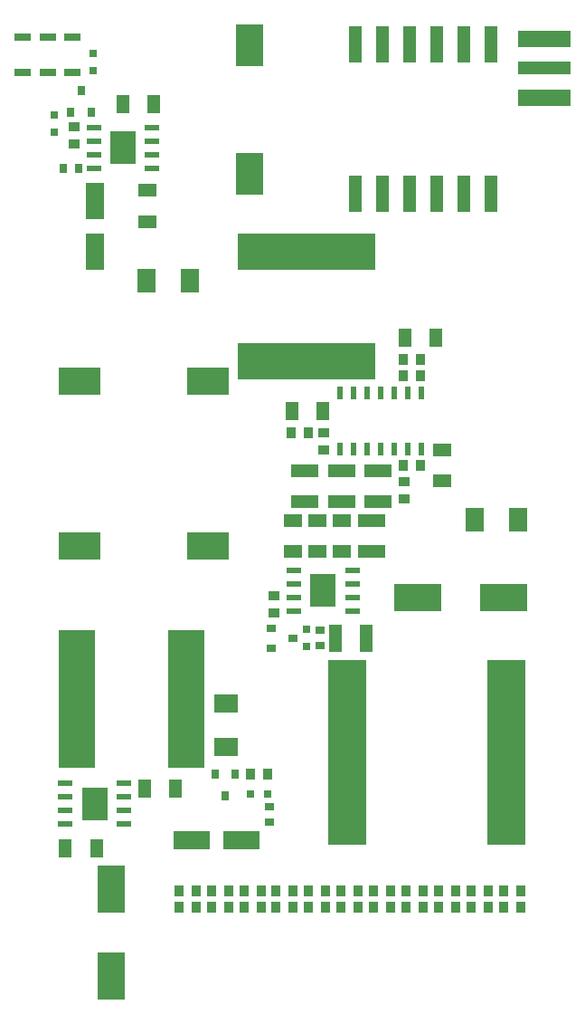
<source format=gtp>
G04*
G04 #@! TF.GenerationSoftware,Altium Limited,Altium Designer,18.1.11 (251)*
G04*
G04 Layer_Color=8421504*
%FSLAX25Y25*%
%MOIN*%
G70*
G01*
G75*
%ADD16R,0.09449X0.12205*%
%ADD17R,0.05709X0.02362*%
%ADD18R,0.03543X0.02756*%
%ADD19R,0.04921X0.10433*%
%ADD20R,0.03543X0.03150*%
%ADD21R,0.03150X0.03150*%
%ADD22R,0.14370X0.68268*%
%ADD23R,0.04528X0.07087*%
%ADD24R,0.03543X0.03937*%
G04:AMPARAMS|DCode=25|XSize=21.65mil|YSize=49.21mil|CornerRadius=1.95mil|HoleSize=0mil|Usage=FLASHONLY|Rotation=180.000|XOffset=0mil|YOffset=0mil|HoleType=Round|Shape=RoundedRectangle|*
%AMROUNDEDRECTD25*
21,1,0.02165,0.04532,0,0,180.0*
21,1,0.01776,0.04921,0,0,180.0*
1,1,0.00390,-0.00888,0.02266*
1,1,0.00390,0.00888,0.02266*
1,1,0.00390,0.00888,-0.02266*
1,1,0.00390,-0.00888,-0.02266*
%
%ADD25ROUNDEDRECTD25*%
%ADD26R,0.03937X0.03543*%
%ADD27R,0.10433X0.04921*%
%ADD28R,0.07087X0.04528*%
%ADD29R,0.17323X0.10236*%
%ADD30R,0.07008X0.08504*%
%ADD31R,0.19685X0.04724*%
%ADD32R,0.19685X0.06299*%
%ADD33R,0.04724X0.13780*%
%ADD34R,0.10039X0.15354*%
%ADD35R,0.06496X0.02756*%
%ADD36R,0.03150X0.03543*%
%ADD37R,0.02756X0.03543*%
%ADD38R,0.07087X0.13780*%
%ADD39R,0.15354X0.10039*%
%ADD40R,0.13386X0.50945*%
%ADD41R,0.03150X0.03150*%
%ADD42R,0.08504X0.07008*%
%ADD43R,0.10236X0.17323*%
%ADD44R,0.50945X0.13386*%
%ADD45R,0.13780X0.07087*%
D16*
X42500Y-49500D02*
D03*
X116272Y-212500D02*
D03*
X32000Y-291000D02*
D03*
D17*
X53228Y-57000D02*
D03*
Y-52000D02*
D03*
Y-47000D02*
D03*
Y-42000D02*
D03*
X31772Y-57000D02*
D03*
Y-52000D02*
D03*
Y-47000D02*
D03*
Y-42000D02*
D03*
X127000Y-220000D02*
D03*
Y-215000D02*
D03*
Y-210000D02*
D03*
Y-205000D02*
D03*
X105543Y-220000D02*
D03*
Y-215000D02*
D03*
Y-210000D02*
D03*
Y-205000D02*
D03*
X21272Y-283500D02*
D03*
Y-288500D02*
D03*
Y-293500D02*
D03*
Y-298500D02*
D03*
X42728Y-283500D02*
D03*
Y-288500D02*
D03*
Y-293500D02*
D03*
Y-298500D02*
D03*
D18*
X115045Y-227244D02*
D03*
Y-232756D02*
D03*
X96500Y-297756D02*
D03*
Y-292244D02*
D03*
D19*
X132155Y-230000D02*
D03*
X120935D02*
D03*
D20*
X104982D02*
D03*
X97108Y-233740D02*
D03*
Y-226260D02*
D03*
D21*
X110045Y-233150D02*
D03*
Y-226850D02*
D03*
X31500Y-21150D02*
D03*
Y-14850D02*
D03*
X17000Y-43650D02*
D03*
Y-37350D02*
D03*
D22*
X183895Y-272000D02*
D03*
X125195D02*
D03*
D23*
X157709Y-119500D02*
D03*
X146291D02*
D03*
X104791Y-146500D02*
D03*
X116209D02*
D03*
X42291Y-33500D02*
D03*
X53709D02*
D03*
X61709Y-285500D02*
D03*
X50291D02*
D03*
X32906Y-307500D02*
D03*
X21094D02*
D03*
D24*
X145850Y-133500D02*
D03*
X152150D02*
D03*
X152150Y-127500D02*
D03*
X145850D02*
D03*
X104350Y-154500D02*
D03*
X110650D02*
D03*
X95650Y-280000D02*
D03*
X89350D02*
D03*
X182850Y-329000D02*
D03*
X189150D02*
D03*
X170850D02*
D03*
X177150D02*
D03*
X158746D02*
D03*
X165045D02*
D03*
X146850D02*
D03*
X153150D02*
D03*
X134850D02*
D03*
X141150D02*
D03*
X122850D02*
D03*
X129150D02*
D03*
X110850D02*
D03*
X117150D02*
D03*
X98850D02*
D03*
X105150D02*
D03*
X75045D02*
D03*
X81344D02*
D03*
X87045D02*
D03*
X93344D02*
D03*
X189150Y-323000D02*
D03*
X182850D02*
D03*
X177150D02*
D03*
X170850D02*
D03*
X165045D02*
D03*
X158746D02*
D03*
X153150D02*
D03*
X146850D02*
D03*
X141150D02*
D03*
X134850D02*
D03*
X129150D02*
D03*
X122850D02*
D03*
X117150D02*
D03*
X110850D02*
D03*
X105150D02*
D03*
X98850D02*
D03*
X93344D02*
D03*
X87045D02*
D03*
X81344D02*
D03*
X75045D02*
D03*
X63045Y-329000D02*
D03*
X69344D02*
D03*
X69344Y-323000D02*
D03*
X63045D02*
D03*
X152150Y-166500D02*
D03*
X145850D02*
D03*
D25*
X152500Y-139665D02*
D03*
X147500D02*
D03*
X142500D02*
D03*
X137500D02*
D03*
X132500D02*
D03*
X127500D02*
D03*
X122500D02*
D03*
X152500Y-160335D02*
D03*
X147500D02*
D03*
X142500D02*
D03*
X137500D02*
D03*
X132500D02*
D03*
X127500D02*
D03*
X122500D02*
D03*
D26*
X116500Y-154350D02*
D03*
Y-160650D02*
D03*
X24500Y-48150D02*
D03*
Y-41850D02*
D03*
X146000Y-172350D02*
D03*
Y-178650D02*
D03*
X98000Y-220650D02*
D03*
Y-214350D02*
D03*
D27*
X123000Y-168390D02*
D03*
Y-179610D02*
D03*
X109500Y-168390D02*
D03*
Y-179610D02*
D03*
X134045Y-198110D02*
D03*
Y-186890D02*
D03*
X136500Y-179610D02*
D03*
Y-168390D02*
D03*
D28*
X123045Y-186791D02*
D03*
Y-198209D02*
D03*
X51500Y-65095D02*
D03*
Y-76906D02*
D03*
X160000Y-160791D02*
D03*
Y-172209D02*
D03*
X114045Y-198209D02*
D03*
Y-186791D02*
D03*
X105045Y-198209D02*
D03*
Y-186791D02*
D03*
D29*
X151055Y-215000D02*
D03*
X182945D02*
D03*
D30*
X172028Y-186500D02*
D03*
X187972D02*
D03*
X66972Y-98500D02*
D03*
X51028D02*
D03*
D31*
X197917Y-20201D02*
D03*
D32*
Y-9295D02*
D03*
Y-31106D02*
D03*
D33*
X128000Y-66559D02*
D03*
X138000D02*
D03*
X148000D02*
D03*
X158000D02*
D03*
X168000D02*
D03*
X178000D02*
D03*
X128000Y-11441D02*
D03*
X138000D02*
D03*
X148000D02*
D03*
X158000D02*
D03*
X168000D02*
D03*
X178000D02*
D03*
D34*
X89000Y-11779D02*
D03*
Y-59220D02*
D03*
D35*
X5500Y-8783D02*
D03*
Y-21776D02*
D03*
X14650Y-21776D02*
D03*
Y-8783D02*
D03*
X23850Y-21776D02*
D03*
Y-8783D02*
D03*
D36*
X27000Y-28563D02*
D03*
X30740Y-36437D02*
D03*
X23260D02*
D03*
X80150Y-287937D02*
D03*
X76410Y-280063D02*
D03*
X83890D02*
D03*
D37*
X26016Y-57000D02*
D03*
X20504D02*
D03*
D38*
X32000Y-87752D02*
D03*
Y-69248D02*
D03*
D39*
X73721Y-135500D02*
D03*
X26280D02*
D03*
X73721Y-196000D02*
D03*
X26280D02*
D03*
D40*
X65697Y-252500D02*
D03*
X25303D02*
D03*
D41*
X95800Y-287500D02*
D03*
X89500D02*
D03*
D42*
X80500Y-269972D02*
D03*
Y-254028D02*
D03*
D43*
X38000Y-354445D02*
D03*
Y-322555D02*
D03*
D44*
X110000Y-128000D02*
D03*
Y-87606D02*
D03*
D45*
X67748Y-304500D02*
D03*
X86252D02*
D03*
M02*

</source>
